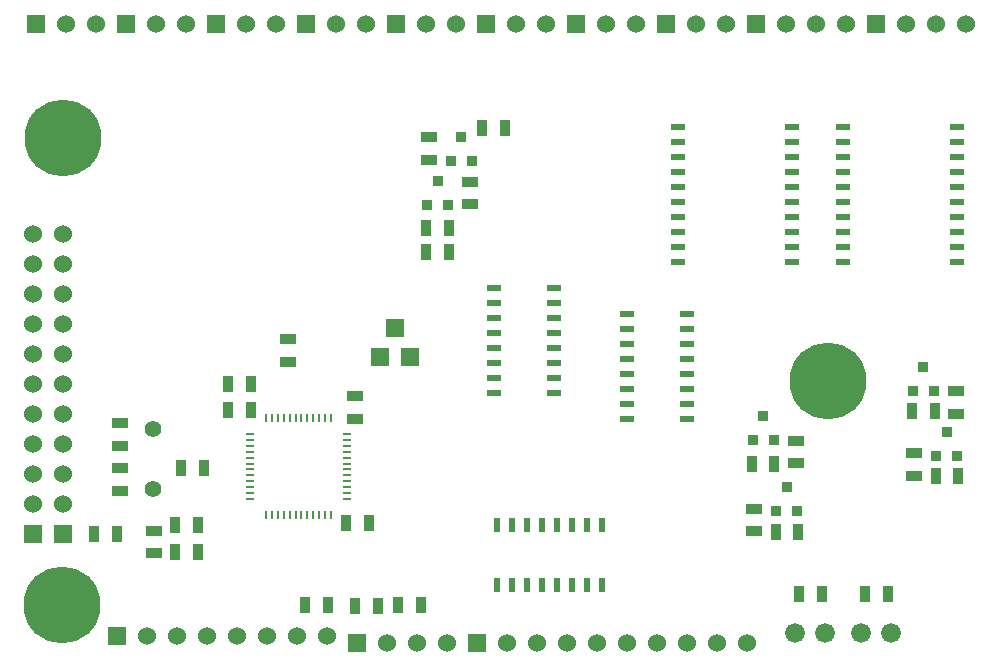
<source format=gts>
G04 (created by PCBNEW (2013-07-07 BZR 4022)-stable) date 11/09/2013 12:49:52*
%MOIN*%
G04 Gerber Fmt 3.4, Leading zero omitted, Abs format*
%FSLAX34Y34*%
G01*
G70*
G90*
G04 APERTURE LIST*
%ADD10C,0.00590551*%
%ADD11R,0.036X0.036*%
%ADD12R,0.05X0.02*%
%ADD13R,0.02X0.045*%
%ADD14R,0.055X0.035*%
%ADD15R,0.035X0.055*%
%ADD16R,0.06X0.06*%
%ADD17C,0.06*%
%ADD18R,0.0315X0.0098*%
%ADD19R,0.0315X0.0099*%
%ADD20R,0.0098X0.0315*%
%ADD21R,0.0099X0.0315*%
%ADD22C,0.066*%
%ADD23R,0.045X0.02*%
%ADD24C,0.255906*%
%ADD25C,0.055*%
G04 APERTURE END LIST*
G54D10*
G54D11*
X30821Y-12934D03*
X30121Y-12934D03*
X30471Y-12134D03*
X25484Y-14582D03*
X24784Y-14582D03*
X25134Y-13782D03*
X15415Y-5259D03*
X14715Y-5259D03*
X15065Y-4459D03*
X26272Y-16944D03*
X25572Y-16944D03*
X25922Y-16144D03*
X14628Y-6735D03*
X13928Y-6735D03*
X14278Y-5935D03*
X31608Y-15099D03*
X30908Y-15099D03*
X31258Y-14299D03*
G54D12*
X27803Y-4137D03*
X27803Y-4637D03*
X27803Y-5137D03*
X27803Y-5637D03*
X27803Y-6137D03*
X27803Y-6637D03*
X27803Y-7137D03*
X27803Y-7637D03*
X27803Y-8137D03*
X27803Y-8637D03*
X31603Y-8637D03*
X31603Y-8137D03*
X31603Y-7637D03*
X31603Y-7137D03*
X31603Y-6637D03*
X31603Y-6137D03*
X31603Y-5637D03*
X31603Y-5137D03*
X31603Y-4637D03*
X31603Y-4137D03*
X22303Y-4137D03*
X22303Y-4637D03*
X22303Y-5137D03*
X22303Y-5637D03*
X22303Y-6137D03*
X22303Y-6637D03*
X22303Y-7137D03*
X22303Y-7637D03*
X22303Y-8137D03*
X22303Y-8637D03*
X26103Y-8637D03*
X26103Y-8137D03*
X26103Y-7637D03*
X26103Y-7137D03*
X26103Y-6637D03*
X26103Y-6137D03*
X26103Y-5637D03*
X26103Y-5137D03*
X26103Y-4637D03*
X26103Y-4137D03*
G54D13*
X19753Y-17387D03*
X19253Y-17387D03*
X18753Y-17387D03*
X18253Y-17387D03*
X17753Y-17387D03*
X17253Y-17387D03*
X16753Y-17387D03*
X16253Y-17387D03*
X16253Y-19387D03*
X16753Y-19387D03*
X17253Y-19387D03*
X17753Y-19387D03*
X18253Y-19387D03*
X18753Y-19387D03*
X19253Y-19387D03*
X19753Y-19387D03*
G54D14*
X30175Y-15763D03*
X30175Y-15013D03*
G54D15*
X14653Y-8304D03*
X13903Y-8304D03*
G54D14*
X13983Y-5234D03*
X13983Y-4484D03*
X15361Y-5960D03*
X15361Y-6710D03*
G54D15*
X14653Y-7516D03*
X13903Y-7516D03*
X5530Y-18287D03*
X6280Y-18287D03*
X2828Y-17687D03*
X3578Y-17687D03*
X12278Y-20087D03*
X11528Y-20087D03*
X31633Y-15782D03*
X30883Y-15782D03*
G54D14*
X31553Y-12946D03*
X31553Y-13696D03*
G54D15*
X30846Y-13616D03*
X30096Y-13616D03*
G54D14*
X9303Y-11962D03*
X9303Y-11212D03*
X24839Y-17608D03*
X24839Y-16858D03*
G54D15*
X26297Y-17627D03*
X25547Y-17627D03*
G54D14*
X26217Y-14595D03*
X26217Y-15345D03*
G54D15*
X25509Y-15363D03*
X24759Y-15363D03*
X26328Y-19687D03*
X27078Y-19687D03*
X28528Y-19687D03*
X29278Y-19687D03*
X12971Y-20078D03*
X13721Y-20078D03*
X7302Y-12696D03*
X8052Y-12696D03*
X9861Y-20078D03*
X10611Y-20078D03*
X11989Y-17322D03*
X11239Y-17322D03*
G54D14*
X11515Y-13109D03*
X11515Y-13859D03*
G54D15*
X7302Y-13582D03*
X8052Y-13582D03*
X6280Y-17401D03*
X5530Y-17401D03*
G54D14*
X4842Y-18347D03*
X4842Y-17597D03*
G54D16*
X11603Y-21337D03*
G54D17*
X12603Y-21337D03*
X13603Y-21337D03*
X14603Y-21337D03*
G54D16*
X28903Y-712D03*
G54D17*
X29903Y-712D03*
X30903Y-712D03*
X31903Y-712D03*
G54D16*
X24903Y-712D03*
G54D17*
X25903Y-712D03*
X26903Y-712D03*
X27903Y-712D03*
G54D16*
X12903Y-712D03*
G54D17*
X13903Y-712D03*
X14903Y-712D03*
G54D16*
X6903Y-712D03*
G54D17*
X7903Y-712D03*
X8903Y-712D03*
G54D16*
X21903Y-712D03*
G54D17*
X22903Y-712D03*
X23903Y-712D03*
G54D16*
X18903Y-712D03*
G54D17*
X19903Y-712D03*
X20903Y-712D03*
G54D16*
X15903Y-712D03*
G54D17*
X16903Y-712D03*
X17903Y-712D03*
G54D16*
X9903Y-712D03*
G54D17*
X10903Y-712D03*
X11903Y-712D03*
G54D16*
X12852Y-10824D03*
X13344Y-11808D03*
X12360Y-11808D03*
X1803Y-17687D03*
G54D17*
X1803Y-16687D03*
X1803Y-15687D03*
X1803Y-14687D03*
X1803Y-13687D03*
X1803Y-12687D03*
X1803Y-11687D03*
X1803Y-10687D03*
X1803Y-9687D03*
X1803Y-8687D03*
X1803Y-7687D03*
G54D18*
X8032Y-16534D03*
G54D19*
X8032Y-16337D03*
X8032Y-16140D03*
X8032Y-15943D03*
G54D18*
X8032Y-15747D03*
X8032Y-15550D03*
X8032Y-15354D03*
X8032Y-15157D03*
G54D19*
X8032Y-14961D03*
X8032Y-14764D03*
X8032Y-14567D03*
G54D18*
X8032Y-14370D03*
G54D20*
X8563Y-13839D03*
G54D21*
X8760Y-13839D03*
X8957Y-13839D03*
X9154Y-13839D03*
G54D20*
X9350Y-13839D03*
X9547Y-13839D03*
X9743Y-13839D03*
X9940Y-13839D03*
G54D21*
X10136Y-13839D03*
X10333Y-13839D03*
X10530Y-13839D03*
G54D20*
X10727Y-13839D03*
G54D18*
X11258Y-16534D03*
G54D19*
X11258Y-16337D03*
X11258Y-16140D03*
X11258Y-15943D03*
G54D18*
X11258Y-15747D03*
X11258Y-15550D03*
X11258Y-15354D03*
X11258Y-15157D03*
G54D19*
X11258Y-14961D03*
X11258Y-14764D03*
X11258Y-14567D03*
G54D18*
X11258Y-14370D03*
G54D20*
X8563Y-17065D03*
G54D21*
X8760Y-17065D03*
X8957Y-17065D03*
X9154Y-17065D03*
G54D20*
X9350Y-17065D03*
X9547Y-17065D03*
X9743Y-17065D03*
X9940Y-17065D03*
G54D21*
X10136Y-17065D03*
X10333Y-17065D03*
X10530Y-17065D03*
G54D20*
X10727Y-17065D03*
G54D22*
X29403Y-20987D03*
X28403Y-20987D03*
X27203Y-20987D03*
X26203Y-20987D03*
G54D23*
X18145Y-13009D03*
X18145Y-12509D03*
X18145Y-12009D03*
X18145Y-11509D03*
X18145Y-11009D03*
X18145Y-10509D03*
X18145Y-10009D03*
X18145Y-9509D03*
X16145Y-9509D03*
X16145Y-10009D03*
X16145Y-10509D03*
X16145Y-11009D03*
X16145Y-11509D03*
X16145Y-12009D03*
X16145Y-12509D03*
X16145Y-13009D03*
X22594Y-13856D03*
X22594Y-13356D03*
X22594Y-12856D03*
X22594Y-12356D03*
X22594Y-11856D03*
X22594Y-11356D03*
X22594Y-10856D03*
X22594Y-10356D03*
X20594Y-10356D03*
X20594Y-10856D03*
X20594Y-11356D03*
X20594Y-11856D03*
X20594Y-12356D03*
X20594Y-12856D03*
X20594Y-13356D03*
X20594Y-13856D03*
G54D24*
X27303Y-12587D03*
X1773Y-20077D03*
X1803Y-4487D03*
G54D16*
X3903Y-712D03*
G54D17*
X4903Y-712D03*
X5903Y-712D03*
G54D16*
X903Y-712D03*
G54D17*
X1903Y-712D03*
X2903Y-712D03*
G54D16*
X15603Y-21337D03*
G54D17*
X16603Y-21337D03*
X17603Y-21337D03*
X18603Y-21337D03*
X19603Y-21337D03*
X20603Y-21337D03*
X21603Y-21337D03*
X22603Y-21337D03*
X23603Y-21337D03*
X24603Y-21337D03*
G54D16*
X787Y-17688D03*
G54D17*
X787Y-16688D03*
X787Y-15688D03*
X787Y-14688D03*
X787Y-13688D03*
X787Y-12688D03*
X787Y-11688D03*
X787Y-10688D03*
X787Y-9688D03*
X787Y-8688D03*
X787Y-7688D03*
G54D15*
X16523Y-4170D03*
X15773Y-4170D03*
G54D16*
X3603Y-21087D03*
G54D17*
X4603Y-21087D03*
X5603Y-21087D03*
X6603Y-21087D03*
X7603Y-21087D03*
X8603Y-21087D03*
X9603Y-21087D03*
X10603Y-21087D03*
G54D15*
X5728Y-15487D03*
X6478Y-15487D03*
G54D14*
X3703Y-15512D03*
X3703Y-16262D03*
X3703Y-14762D03*
X3703Y-14012D03*
G54D25*
X4803Y-16187D03*
X4803Y-14187D03*
M02*

</source>
